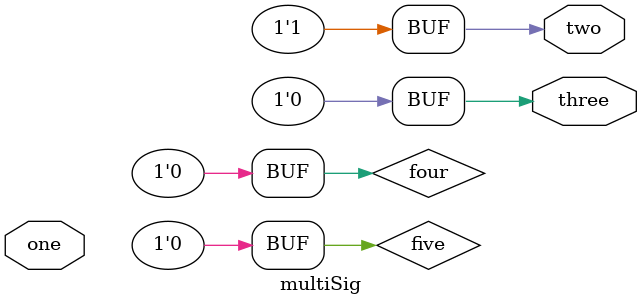
<source format=v>
module multiSig(
  input wire one,
  output reg two,
  output wire three
  );
  wire four;
  reg five;
  
  always@(one)begin
    two = 0;
  end
  
  always@(two)begin
    five = 0;
    two = 1;
  end
  
  assign three = 0;
  assign three = 1;
  assign four = 0;
  
endmodule

</source>
